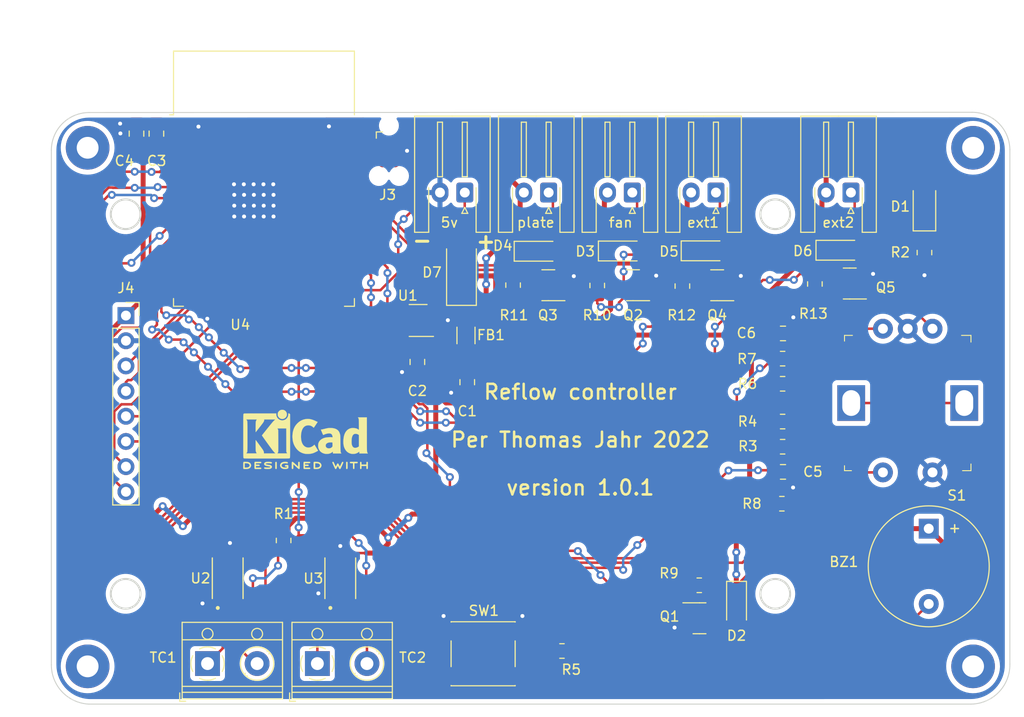
<source format=kicad_pcb>
(kicad_pcb (version 20211014) (generator pcbnew)
  (title_block (rev "1.0.1") (comment 4 "AISLER Project ID: LISZVAVR"))
  (layers (0 "F.Cu" signal) (31 "B.Cu" signal) (34 "B.Paste" user) (35 "F.Paste" user) (36 "B.SilkS" user "B.Silkscreen") (37 "F.SilkS" user "F.Silkscreen") (38 "B.Mask" user) (39 "F.Mask" user) (44 "Edge.Cuts" user))
  (net 0 "")
  (net 1 "+5V")
  (net 2 "Net-(BZ1-Pad2)")
  (net 3 "GND")
  (net 4 "+3.3V")
  (net 5 "Net-(D1-Pad1)")
  (net 6 "ESP_TXD")
  (net 7 "ESP_RXD")
  (net 8 "ESP_IO0")
  (net 9 "Net-(Q1-Pad1)")
  (net 10 "ONE_WIRE_DQ")
  (net 11 "Net-(R3-Pad1)")
  (net 12 "ROT_ENC_B")
  (net 13 "Net-(R6-Pad1)")
  (net 14 "ROT_ENC_A")
  (net 15 "ROT_ENC_SW")
  (net 16 "BUZZER")
  (net 20 "Net-(D5-Pad2)")
  (net 21 "Net-(D6-Pad2)")
  (net 25 "DISP_RESET")
  (net 32 "DISP_BACKLIGHT")
  (net 33 "DISP_DATA_COMMAND")
  (net 34 "SPI_CS")
  (net 35 "SPI_CLK")
  (net 36 "Net-(D3-Pad2)")
  (net 38 "Net-(D4-Pad2)")
  (net 40 "MOSI")
  (net 41 "ESP_ENABLE")
  (net 42 "Net-(Q2-Pad1)")
  (net 43 "Net-(Q3-Pad1)")
  (net 44 "FAN")
  (net 45 "HEATER")
  (net 46 "Net-(TC1-Pad1)")
  (net 47 "Net-(TC1-Pad2)")
  (net 48 "Net-(TC2-Pad1)")
  (net 49 "Net-(TC2-Pad2)")
  (net 52 "unconnected-(S1-Pad3)")
  (net 53 "Net-(FB1-Pad1)")
  (net 54 "Net-(Q4-Pad1)")
  (net 55 "Net-(Q5-Pad1)")
  (net 56 "EXT1")
  (net 57 "EXT2")
  (net 60 "Net-(J5-Pad1)")
  (footprint "Symbol:KiCad-Logo2_5mm_SilkScreen" (layer "F.Cu") (at 125.9586 82.4992)
    (fp_text reference "REF**" hide)
    (fp_text value "KiCad-Logo2_5mm_SilkScreen" hide)
  )
  (footprint "Resistor_SMD:R_0805_2012Metric_Pad1.20x1.40mm_HandSolder" (layer "F.Cu") (at 165.6588 97.2312)
    (fp_text reference "R9")
    (fp_text value "1K")
  )
  (footprint "Inductor_SMD:L_1206_3216Metric_Pad1.22x1.90mm_HandSolder" (layer "F.Cu") (at 142.1384 72.0229 -90)
    (fp_text reference "FB1")
    (fp_text value "100R@100MHz")
  )
  (footprint "TerminalBlock_RND:TerminalBlock_RND_205-00012_1x02_P5.00mm_Horizontal" (layer "F.Cu") (at 127.1524 105.1306)
    (fp_text reference "TC2")
    (fp_text value "Thermocouple")
  )
  (footprint "Connector_JST:JST_XH_S2B-XH-A-1_1x02_P2.50mm_Horizontal" (layer "F.Cu") (at 158.9078 57.603 180)
    (fp_text reference "J1" hide)
    (fp_text value "Conn_01x02_Male")
  )
  (footprint "Capacitor_SMD:C_0805_2012Metric_Pad1.18x1.45mm_HandSolder" (layer "F.Cu") (at 174.1024 85.7902 180)
    (fp_text reference "C5")
    (fp_text value "0.01uF" hide)
  )
  (footprint "Diode_SMD:D_SOD-123" (layer "F.Cu") (at 166.0906 63.4842)
    (fp_text reference "D5")
    (fp_text value "1N4148W")
  )
  (footprint "Capacitor_SMD:C_0805_2012Metric_Pad1.18x1.45mm_HandSolder" (layer "F.Cu") (at 142.2654 76.7373 -90)
    (fp_text reference "C1")
    (fp_text value "1uF")
  )
  (footprint "Various:SON50P300X400X80-11N" (layer "F.Cu") (at 129.4638 96.52 90)
    (fp_text reference "U3")
    (fp_text value "MAX31850KATB+T")
  )
  (footprint "Connector_JST:JST_XH_S2B-XH-A-1_1x02_P2.50mm_Horizontal" (layer "F.Cu") (at 180.952 57.603 180)
    (fp_text reference "J7" hide)
    (fp_text value "Conn_01x02_Male")
  )
  (footprint "Diode_SMD:D_MELF" (layer "F.Cu") (at 141.6812 65.6844 90)
    (fp_text reference "D7")
    (fp_text value "SK14")
  )
  (footprint "Resistor_SMD:R_0805_2012Metric_Pad1.20x1.40mm_HandSolder" (layer "F.Cu") (at 146.8882 66.945 -90)
    (fp_text reference "R11")
    (fp_text value "1K")
  )
  (footprint "Capacitor_SMD:C_0805_2012Metric_Pad1.18x1.45mm_HandSolder" (layer "F.Cu") (at 174.1024 71.8202 180)
    (fp_text reference "C6")
    (fp_text value "0.01uF" hide)
  )
  (footprint "LED_SMD:LED_1206_3216Metric_Pad1.42x1.75mm_HandSolder" (layer "F.Cu") (at 188.3664 59.0122 90)
    (fp_text reference "D1")
    (fp_text value "LED")
  )
  (footprint "Connector_PinSocket_2.54mm:PinSocket_1x08_P2.54mm_Vertical" (layer "F.Cu") (at 107.8484 70.0174)
    (fp_text reference "J4")
    (fp_text value "Connector Waveshare LCD 18366")
  )
  (footprint "Resistor_SMD:R_0805_2012Metric_Pad1.20x1.40mm_HandSolder" (layer "F.Cu") (at 188.3664 63.6604 90)
    (fp_text reference "R2")
    (fp_text value "4.7K")
  )
  (footprint "Package_TO_SOT_SMD:SOT-23" (layer "F.Cu") (at 158.9786 66.9544 180)
    (fp_text reference "Q2")
    (fp_text value "MMBT3904")
  )
  (footprint "Package_TO_SOT_SMD:SOT-23" (layer "F.Cu") (at 165.6842 100.5586)
    (fp_text reference "Q1")
    (fp_text value "MMBT3904")
  )
  (footprint "Resistor_SMD:R_0805_2012Metric_Pad1.20x1.40mm_HandSolder" (layer "F.Cu") (at 174.0649 83.2502 180)
    (fp_text reference "R3")
    (fp_text value "10K" hide)
  )
  (footprint "Button_Switch_SMD:SW_Push_1P1T_NO_6x6mm_H9.5mm" (layer "F.Cu") (at 143.8656 104.14)
    (fp_text reference "SW1")
    (fp_text value "Reset")
  )
  (footprint "Connector_JST:JST_XH_S2B-XH-A-1_1x02_P2.50mm_Horizontal" (layer "F.Cu") (at 142.0168 57.603 180)
    (fp_text reference "J5" hide)
    (fp_text value "5V input")
  )
  (footprint "Connector_JST:JST_XH_S2B-XH-A-1_1x02_P2.50mm_Horizontal" (layer "F.Cu") (at 167.3406 57.603 180)
    (fp_text reference "J6" hide)
    (fp_text value "Conn_01x02_Male")
  )
  (footprint "Diode_SMD:D_SOD-123" (layer "F.Cu") (at 149.2504 63.5254)
    (fp_text reference "D4")
    (fp_text value "1N4148W")
  )
  (footprint "digikey-footprints:Rotary_Encoder_Switched_PEC11R" (layer "F.Cu") (at 192.3796 78.8416 180)
    (fp_text reference "S1")
    (fp_text value "PEC11R-4215F-S0024" hide)
  )
  (footprint "Package_TO_SOT_SMD:SOT-23" (layer "F.Cu") (at 180.8343 66.7824 180)
    (fp_text reference "Q5")
    (fp_text value "MMBT3904")
  )
  (footprint "MountingHole:MountingHole_2.2mm_M2_Pad" (layer "F.Cu") (at 193.2686 53.086)
    (fp_text reference "H2" hide)
    (fp_text value "MountingHole")
  )
  (footprint "Package_TO_SOT_SMD:SOT-23" (layer "F.Cu") (at 150.438766 66.9544 180)
    (fp_text reference "Q3")
    (fp_text value "MMBT3904")
  )
  (footprint "Capacitor_SMD:C_0805_2012Metric_Pad1.18x1.45mm_HandSolder" (layer "F.Cu") (at 110.9218 51.6597 90)
    (fp_text reference "C3")
    (fp_text value "10nF")
  )
  (footprint "RF_Module:ESP32-WROOM-32" (layer "F.Cu") (at 121.7676 59.1996)
    (fp_text reference "U4")
    (fp_text value "ESP32-WROOM-32D")
  )
  (footprint "Resistor_SMD:R_0805_2012Metric_Pad1.20x1.40mm_HandSolder" (layer "F.Cu") (at 151.8158 103.8606 180)
    (fp_text reference "R5")
    (fp_text value "4.7K")
  )
  (footprint "Resistor_SMD:R_0805_2012Metric_Pad1.20x1.40mm_HandSolder" (layer "F.Cu") (at 163.957 67.0402 -90)
    (fp_text reference "R12")
    (fp_text value "1K")
  )
  (footprint "Connector:Tag-Connect_TC2030-IDC-NL_2x03_P1.27mm_Vertical" (layer "F.Cu") (at 134.366 53.3908 -90)
    (fp_text reference "J3")
    (fp_text value "Conn_02x03_Odd_Even")
  )
  (footprint "Diode_SMD:D_SOD-123" (layer "F.Cu") (at 169.418 99.0854 -90)
    (fp_text reference "D2")
    (fp_text value "1N4148W")
  )
  (footprint "Package_TO_SOT_SMD:SOT-23" (layer "F.Cu") (at 167.4645 66.9582 180)
    (fp_text reference "Q4")
    (fp_text value "MMBT3904")
  )
  (footprint "Resistor_SMD:R_0805_2012Metric_Pad1.20x1.40mm_HandSolder" (layer "F.Cu") (at 173.99 89.0016 180)
    (fp_text reference "R8")
    (fp_text value "4.7K")
  )
  (footprint "MountingHole:MountingHole_2.2mm_M2_Pad" (layer "F.Cu") (at 193.2686 105.41)
    (fp_text reference "H3" hide)
    (fp_text value "MountingHole")
  )
  (footprint "Resistor_SMD:R_0805_2012Metric_Pad1.20x1.40mm_HandSolder" (layer "F.Cu") (at 177.3174 66.8274 -90)
    (fp_text reference "R13")
    (fp_text value "1K")
  )
  (footprint "Resistor_SMD:R_0805_2012Metric_Pad1.20x1.40mm_HandSolder" (layer "F.Cu") (at 123.7488 92.71 90)
    (fp_text reference "R1")
    (fp_text value "4.7K")
  )
  (footprint "TerminalBlock_RND:TerminalBlock_RND_205-00012_1x02_P5.00mm_Horizontal" (layer "F.Cu") (at 116.078 105.1306)
    (fp_text reference "TC1")
    (fp_text value "Thermocouple")
  )
  (footprint "Resistor_SMD:R_0805_2012Metric_Pad1.20x1.40mm_HandSolder" (layer "F.Cu") (at 174.0649 80.7102 180)
    (fp_text reference "R4")
    (fp_text value "10K" hide)
  )
  (footprint "Resistor_SMD:R_0805_2012Metric_Pad1.20x1.40mm_HandSolder" (layer "F.Cu") (at 174.0649 76.9002 180)
    (fp_text reference "R6")
    (fp_text value "10K" hide)
  )
  (footprint "MountingHole:MountingHole_2.2mm_M2_Pad" (layer "F.Cu") (at 103.9876 105.41)
    (fp_text reference "H4" hide)
    (fp_text value "MountingHole")
  )
  (footprint "MountingHole:MountingHole_2.2mm_M2_Pad" (layer "F.Cu") (at 103.9876 53.086)
    (fp_text reference "H1" hide)
    (fp_text value "MountingHole")
  )
  (footprint "Buzzer_Beeper:Buzzer_12x9.5RM7.6" (layer "F.Cu") (at 188.7982 91.5162 -90)
    (fp_text reference "BZ1")
    (fp_text value "Buzzer TDK SD160709B2")
  )
  (footprint "Connector_JST:JST_XH_S2B-XH-A-1_1x02_P2.50mm_Horizontal" (layer "F.Cu") (at 150.472 57.603 180)
    (fp_text reference "J2" hide)
    (fp_text value "Conn_01x02_Male")
  )
  (footprint "Diode_SMD:D_SOD-123" (layer "F.Cu") (at 179.6796 63.4238)
    (fp_text reference "D6")
    (fp_text value "1N4148W")
  )
  (footprint "Package_TO_SOT_SMD:SOT-23-5_HandSoldering" (layer "F.Cu") (at 137.3124 70.5104 180)
    (fp_text reference "U1")
    (fp_text value "AP2112K-3.3")
  )
  (footprint "Capacitor_SMD:C_0805_2012Metric_Pad1.18x1.45mm_HandSolder" (layer "F.Cu") (at 137.2362 74.6975 -90)
    (fp_text reference "C2")
    (fp_text value "1uF")
  )
  (footprint "Resistor_SMD:R_0805_2012Metric_Pad1.20x1.40mm_HandSolder" (layer "F.Cu") (at 174.0649 74.3602)
    (fp_text reference "R7")
    (fp_text value "10K" hide)
  )
  (footprint "Various:SON50P300X400X80-11N" (layer "F.Cu") (at 118.11 96.52 90)
    (fp_text reference "U2")
    (fp_text value "MAX31850KATB+T")
  )
  (footprint "Resistor_SMD:R_0805_2012Metric_Pad1.20x1.40mm_HandSolder" (layer "F.Cu") (at 155.3718 66.9798 -90)
    (fp_text reference "R10")
    (fp_text value "1K")
  )
  (footprint "Diode_SMD:D_SOD-123" (layer "F.Cu") (at 157.740868 63.5)
    (fp_text reference "D3")
    (fp_text value "1N4148W")
  )
  (footprint "Capacitor_SMD:C_0805_2012Metric_Pad1.18x1.45mm_HandSolder" (layer "F.Cu") (at 108.9152 51.6597 90)
    (fp_text reference "C4")
    (fp_text value "100nF")
  )
  (gr_line (start 196.977 53.2638) (end 196.977 105.181001) (layer "Edge.Cuts") (width 0.1))
  (gr_circle (center 107.823 59.7916) (end 109.323 59.7916) (layer "Edge.Cuts") (width 0.2) (fill none))
  (gr_line (start 104.1146 109.220839) (end 193.0654 109.219162) (layer "Edge.Cuts") (width 0.1))
  (gr_arc (start 196.977 105.181001) (mid 195.861093 108.013652) (end 193.0654 109.219162) (layer "Edge.Cuts") (width 0.1))
  (gr_circle (center 107.823 98.0916) (end 109.323 98.0916) (layer "Edge.Cuts") (width 0.2) (fill none))
  (gr_circle (center 173.323 98.0916) (end 174.823 98.0916) (layer "Edge.Cuts") (width 0.2) (fill none))
  (gr_line (start 104.14 49.53) (end 193.167 49.5046) (layer "Edge.Cuts") (width 0.1))
  (gr_arc (start 193.167 49.5046) (mid 195.843178 50.602601) (end 196.977 53.2638) (layer "Edge.Cuts") (width 0.1))
  (gr_arc (start 104.1146 109.220839) (mid 101.428027 107.996532) (end 100.33 105.255923) (layer "Edge.Cuts") (width 0.1))
  (gr_circle (center 173.323 59.7916) (end 174.823 59.7916) (layer "Edge.Cuts") (width 0.2) (fill none))
  (gr_arc (start 100.33 53.34) (mid 101.445923 50.645923) (end 104.14 49.53) (layer "Edge.Cuts") (width 0.1))
  (gr_line (start 100.33 53.34) (end 100.33 105.255923) (layer "Edge.Cuts") (width 0.1))
  (gr_text "plate" (at 149.1742 60.6298) (layer "F.SilkS") (effects (font (size 1 1))))
  (gr_text "fan" (at 157.734 60.6298) (layer "F.SilkS") (effects (font (size 1 1))))
  (gr_text "ext2" (at 179.6796 60.6298) (layer "F.SilkS") (effects (font (size 1 1))))
  (gr_text "5v" (at 140.462 60.6298) (layer "F.SilkS") (effects (font (size 1 1))))
  (gr_text "ext1" (at 166.0398 60.6298) (layer "F.SilkS") (effects (font (size 1 1))))
  (gr_text "+" (at 144.145 62.5094) (layer "F.SilkS") (effects (font (size 1.5 1.5) (thickness 0.3))))
  (gr_text "-" (at 137.7188 62.4078) (layer "F.SilkS") (effects (font (size 1.5 1.5) (thickness 0.3))))
  (gr_text "Reflow controller\n\nPer Thomas Jahr 2022\n\nversion ${REVISION}" (at 153.67 82.55) (layer "F.SilkS") (effects (font (size 1.5 1.5) (thickness 0.25))))
  (segment (start 157.310068 64.7192) (end 163.3474 64.7192) (width 0.5) (layer "F.Cu") (net 1))
  (segment (start 141.9352 73.7616) (end 140.9636 73.7616) (width 0.5) (layer "F.Cu") (net 1))
  (segment (start 137.6074 69.5604) (end 138.6624 69.5604) (width 0.5) (layer "F.Cu") (net 1))
  (segment (start 156.718 69.3928) (end 155.7874 70.3234) (width 0.5) (layer "F.Cu") (net 1))
  (segment (start 138.6624 71.4604) (end 137.6074 71.4604) (width 0.5) (layer "F.Cu") (net 1))
  (segment (start 138.6624 68.1032) (end 138.6624 69.5604) (width 0.5) (layer "F.Cu") (net 1))
  (segment (start 156.718 64.127132) (end 156.718 69.3928) (width 0.5) (layer "F.Cu") (net 1))
  (segment (start 156.718 64.127132) (end 157.310068 64.7192) (width 0.5) (layer "F.Cu") (net 1))
  (segment (start 140.9636 73.7616) (end 138.6624 71.4604) (width 0.5) (layer "F.Cu") (net 1))
  (segment (start 156.090868 63.5) (end 156.090868 57.919932) (width 0.5) (layer "F.Cu") (net 1))
  (segment (start 155.7874 70.3234) (end 145.3804 70.3234) (width 0.5) (layer "F.Cu") (net 1))
  (segment (start 137.4324 71.2854) (end 137.4324 69.7354) (width 0.5) (layer "F.Cu") (net 1))
  (segment (start 156.718 64.127132) (end 156.090868 63.5) (width 0.5) (layer "F.Cu") (net 1))
  (segment (start 164.4406 63.4842) (end 164.4406 58.003) (width 0.5) (layer "F.Cu") (net 1))
  (segment (start 145.1356 70.0786) (end 145.1356 66.2432) (width 0.5) (layer "F.Cu") (net 1))
  (segment (start 163.3474 64.7192) (end 164.4406 63.626) (width 0.5) (layer "F.Cu") (net 1))
  (segment (start 140.751 66.0146) (end 138.6624 68.1032) (width 0.5) (layer "F.Cu") (net 1))
  (segment (start 137.6074 71.4604) (end 137.4324 71.2854) (width 0.5) (layer "F.Cu") (net 1))
  (segment (start 142.1384 73.6854) (end 142.1384 75.5728) (width 0.5) (layer "F.Cu") (net 1))
  (segment (start 144.907 66.0146) (end 140.751 66.0146) (width 0.5) (layer "F.Cu") (net 1))
  (segment (start 145.3804 70.3234) (end 145.1356 70.0786) (width 0.5) (layer "F.Cu") (net 1))
  (segment (start 145.1356 66.2432) (end 144.907 66.0146) (width 0.5) (layer "F.Cu") (net 1))
  (segment (start 137.4324 69.7354) (end 137.6074 69.5604) (width 0.5) (layer "F.Cu") (net 1))
  (segment (start 187.179 100.7354) (end 188.7982 99.1162) (width 0.25) (layer "F.Cu") (net 2))
  (segment (start 167.0548 100.7354) (end 169.418 100.7354) (width 0.25) (layer "F.Cu") (net 2))
  (segment (start 169.418 100.7354) (end 187.179 100.7354) (width 0.25) (layer "F.Cu") (net 2))
  (segment (start 118.3386 92.964) (end 119.11 93.7354) (width 0.25) (layer "F.Cu") (net 3))
  (segment (start 147.828 100.33) (end 147.8406 100.3426) (width 0.5) (layer "F.Cu") (net 3))
  (segment (start 142.2654 77.7748) (end 140.6652 77.7748) (width 0.5) (layer "F.Cu") (net 3))
  (segment (start 129.9638 93.7688) (end 129.4638 93.2688) (width 0.25) (layer "F.Cu") (net 3))
  (segment (start 168.402 66.0082) (end 169.8434 66.0082) (width 0.5) (layer "F.Cu") (net 3))
  (segment (start 128.9638 94.585) (end 128.9638 93.7688) (width 0.25) (layer "F.Cu") (net 3))
  (segment (start 107.2896 51.6382) (end 108.3056 50.6222) (width 0.5) (layer "F.Cu") (net 3))
  (segment (start 130.2676 50.9446) (end 128.3384 50.9446) (width 0.5) (layer "F.Cu") (net 3))
  (segment (start 139.8906 100.3428) (end 139.8906 101.89) (width 0.5) (layer "F.Cu") (net 3))
  (segment (start 188.3664 64.6604) (end 188.3664 65.9464) (width 0.5) (layer "F.Cu") (net 3))
  (segment (start 140.6652 77.7748) (end 140.6398 77.8002) (width 0.5) (layer "F.Cu") (net 3))
  (segment (start 115.1558 50.9446) (end 115.1636 50.9524) (width 0.5) (layer "F.Cu") (net 3))
  (segment (start 118.3386 92.964) (end 117.61 93.6926) (width 0.25) (layer "F.Cu") (net 3))
  (segment (start 137.2362 75.735) (end 135.7044 75.735) (width 0.5) (layer "F.Cu") (net 3))
  (segment (start 118.61 93.2354) (end 118.61 94.585) (width 0.25) (layer "F.Cu") (net 3))
  (segment (start 175.1399 85.7902) (end 175.1399 87.3435) (width 0.5) (layer "F.Cu") (net 3))
  (segment (start 113.2676 50.9446) (end 115.1558 50.9446) (width 0.5) (layer "F.Cu") (net 3))
  (segment (start 128.4638 98.455) (end 127.665 98.455) (width 0.25) (layer "F.Cu") (net 3))
  (segment (start 127.665 98.455) (end 127.254 98.044) (width 0.25) (layer "F.Cu") (net 3))
  (segment (start 118.11 93.1926) (end 118.3386 92.964) (width 0.25) (layer "F.Cu") (net 3))
  (segment (start 147.8406 100.3426) (end 147.8406 101.89) (width 0.5) (layer "F.Cu") (net 3))
  (segment (start 181.7718 65.8324) (end 183.1638 65.8324) (width 0.5) (layer "F.Cu") (net 3))
  (segment (start 108.3056 50.6222) (end 108.9152 50.6222) (width 0.5) (layer "F.Cu") (net 3))
  (segment (start 116.175 98.455) (end 115.57 99.06) (width 0.25) (layer "F.Cu") (net 3))
  (segment (start 159.9161 66.0044) (end 161.3002 66.0044) (width 0.5) (layer "F.Cu") (net 3))
  (segment (start 107.2896 50.6222) (end 108.9152 50.6222) (width 0.5) (layer "F.Cu") (net 3))
  (segment (start 161.3002 66.0044) (end 161.3154 65.9892) (width 0.5) (layer "F.Cu") (net 3))
  (segment (start 183.1638 65.8324) (end 183.1848 65.8114) (width 0.5) (layer "F.Cu") (net 3))
  (segment (start 117.61 93.6926) (end 117.61 94.585) (width 0.25) (layer "F.Cu") (net 3))
  (segment (start 110.9218 50.6222) (end 108.9152 50.6222) (width 0.5) (layer "F.Cu") (net 3))
  (segment (start 175.1399 70.1985) (end 175.1438 70.1946) (width 0.5) (layer "F.Cu") (net 3))
  (segment (start 135.001 53.3908) (end 136.1948 53.3908) (width 0.5) (layer "F.Cu") (net 3))
  (segment (start 129.4638 94.585) (end 129.4638 93.2688) (width 0.25) (layer "F.Cu") (net 3))
  (segment (start 118.11 94.585) (end 118.11 93.1926) (width 0.25) (layer "F.Cu") (net 3))
  (segment (start 169.8434 66.0082) (end 169.8498 66.0146) (width 0.5) (layer "F.Cu") (net 3))
  (segment (start 135.7044 75.735) (end 135.6868 75.7174) (width 0.5) (layer "F.Cu") (net 3))
  (segment (start 175.1399 87.3435) (end 175.1184 87.365) (width 0.5) (layer "F.Cu") (net 3))
  (segment (start 119.11 93.7354) (end 119.11 94.585) (width 0.25) (layer "F.Cu") (net 3))
  (segment (start 152.974 66.0044) (end 153.0096 66.04) (width 0.5) (layer "F.Cu") (net 3))
  (segment (start 128.9638 93.7688) (end 129.4638 93.2688) (width 0.25) (layer "F.Cu") (net 3))
  (segment (start 129.9638 94.585) (end 129.9638 93.7688) (width 0.25) (layer "F.Cu") (net 3))
  (segment (start 138.6624 70.5104) (end 140.2842 70.5104) (width 0.5) (layer "F.Cu") (net 3))
  (segment (start 139.8778 100.33) (end 139.8906 100.3428) (width 0.5) (layer "F.Cu") (net 3))
  (segment (start 107.2642 50.6476) (end 107.2896 50.6222) (width 0.5) (layer "F.Cu") (net 3))
  (segment (start 140.2842 70.5104) (end 140.3096 70.485) (width 0.5) (layer "F.Cu") (net 3))
  (segment (start 116.0526 68.4546) (end 116.0526 70.3326) (width 0.5) (layer "F.Cu") (net 3))
  (segment (start 113.2676 50.9446) (end 111.2442 50.9446) (width 0.5) (layer "F.Cu") (net 3))
  (segment (start 128.3384 50.9446) (end 128.3208 50.927) (width 0.5) (layer "F.Cu") (net 3))
  (segment (start 163.1798 101.5086) (end 163.1696 101.4984) (width 0.5) (layer "F.Cu") (net 3))
  (segment (start 151.376266 66.0044) (end 152.974 66.0044) (width 0.5) (layer "F.Cu") (net 3))
  (segment (start 164.7467 101.5086) (end 163.1798 101.5086) (width 0.5) (layer "F.Cu") (net 3))
  (segment (start 175.1399 71.8202) (end 175.1399 70.1985) (width 0.5) (layer "F.Cu") (net 3))
  (segment (start 117.11 98.455) (end 116.175 98.455) (width 0.25) (layer "F.Cu") (net 3))
  (segment (start 118.3386 92.964) (end 118.61 93.2354) (width 0.25) (layer "F.Cu") (net 3))
  (via (at 136.1948 53.3908) (size 0.8) (drill 0.4) (layers "F.Cu" "B.Cu") (net 3))
  (via (at 128.3208 50.927) (size 0.8) (drill 0.4) (layers "F.Cu" "B.Cu") (net 3))
  (via (at 120.7516 58.928) (size 0.8) (drill 0.4) (layers "F.Cu" "B.Cu") (net 3))
  (via (at 161.3154 65.9892) (size 0.8) (drill 0.4) (layers "F.Cu" "B.Cu") (net 3))
  (via (at 153.0096 66.04) (size 0.8) (drill 0.4) (layers "F.Cu" "B.Cu") (net 3))
  (via (at 139.8778 100.33) (size 0.8) (drill 0.4) (layers "F.Cu" "B.Cu") (net 3))
  (via (at 140.3096 70.485) (size 0.8) (drill 0.4) (layers "F.Cu" "B.Cu") (net 3))
  (via (at 121.7168 56.769) (size 0.8) (drill 0.4) (layers "F.Cu" "B.Cu") (net 3))
  (via (at 119.761 58.928) (size 0.8) (drill 0.4) (layers "F.Cu" "B.Cu") (net 3))
  (via (at 163.1696 101.4984) (size 0.8) (drill 0.4) (layers "F.Cu" "B.Cu") (net 3))
  (via (at 119.7356 56.769) (size 0.8) (drill 0.4) (layers "F.Cu" "B.Cu") (net 3))
  (via (at 135.6868 75.7174) (size 0.8) (drill 0.4) (layers "F.Cu" "B.Cu") (net 3))
  (via (at 118.745 56.769) (size 0.8) (drill 0.4) (layers "F.Cu" "B.Cu") (net 3))
  (via (at 121.7422 58.928) (size 0.8) (drill 0.4) (layers "F.Cu" "B.Cu") (net 3))
  (via (at 188.3664 65.9464) (size 0.8) (drill 0.4) (layers "F.Cu" "B.Cu") (net 3))
  (via (at 183.1848 65.8114) (size 0.8) (drill 0.4) (layers "F.Cu" "B.Cu") (net 3))
  (via (at 127.254 98.044) (size 0.8) (drill 0.4) (layers "F.Cu" "B.Cu") (net 3))
  (via (at 120.7262 56.769) (size 0.8) (drill 0.4) (layers "F.Cu" "B.Cu") (net 3))
  (via (at 107.2896 51.6382) (size 0.8) (drill 0.4) (layers "F.Cu" "B.Cu") (net 3))
  (via (at 107.2642 50.6476) (size 0.8) (drill 0.4) (layers "F.Cu" "B.Cu") (net 3))
  (via (at 118.7704 60.0202) (size 0.8) (drill 0.4) (layers "F.Cu" "B.Cu") (net 3))
  (via (at 121.7422 60.0202) (size 0.8) (drill 0.4) (layers "F.Cu" "B.Cu") (net 3))
  (via (at 116.0526 70.3326) (size 0.8) (drill 0.4) (layers "F.Cu" "B.Cu") (net 3))
  (via (at 118.7704 58.928) (size 0.8) (drill 0.4) (layers "F.Cu" "B.Cu") (net 3))
  (via (at 115.57 99.06) (size 0.8) (drill 0.4) (layers "F.Cu" "B.Cu") (net 3))
  (via (at 119.761 57.8358) (size 0.8) (drill 0.4) (layers "F.Cu" "B.Cu") (net 3))
  (via (at 118.7704 57.8358) (size 0.8) (drill 0.4) (layers "F.Cu" "B.Cu") (net 3))
  (via (at 122.7328 60.0202) (size 0.8) (drill 0.4) (layers "F.Cu" "B.Cu") (net 3))
  (via (at 121.7422 57.8358) (size 0.8) (drill 0.4) (layers "F.Cu" "B.Cu") (net 3))
  (via (at 119.761 60.0202) (size 0.8) (drill 0.4) (layers "F.Cu" "B.Cu") (net 3))
  (via (at 129.4638 93.2688) (size 0.8) (drill 0.4) (layers "F.Cu" "B.Cu") (net 3))
  (via (at 122.7328 57.8358) (size 0.8) (drill 0.4) (layers "F.Cu" "B.Cu") (net 3))
  (via (at 118.3386 92.964) (size 0.8) (drill 0.4) (layers "F.Cu" "B.Cu") (net 3))
  (via (at 122.7328 58.928) (size 0.8) (drill 0.4) (layers "F.Cu" "B.Cu") (net 3))
  (via (at 115.1636 50.9524) (size 0.8) (drill 0.4) (layers "F.Cu" "B.Cu") (net 3))
  (via (at 122.7074 56.769) (size 0.8) (drill 0.4) (layers "F.Cu" "B.Cu") (net 3))
  (via (at 120.7516 60.0202) (size 0.8) (drill 0.4) (layers "F.Cu" "B.Cu") (net 3))
  (via (at 175.1438 70.1946) (size 0.8) (drill 0.4) (layers "F.Cu" "B.Cu") (net 3))
  (via (at 175.1184 87.365) (size 0.8) (drill 0.4) (layers "F.Cu" "B.Cu") (net 3))
  (via (at 169.8498 66.0146) (size 0.8) (drill 0.4) (layers "F.Cu" "B.Cu") (net 3))
  (via (at 120.7516 57.8358) (size 0.8) (drill 0.4) (layers "F.Cu" "B.Cu") (net 3))
  (via (at 147.828 100.33) (size 0.8) (drill 0.4) (layers "F.Cu" "B.Cu") (net 3))
  (via (at 140.6398 77.8002) (size 0.8) (drill 0.4) (layers "F.Cu" "B.Cu") (net 3))
  (segment (start 118.61 98.974875) (end 118.845125 99.21) (width 0.25) (layer "F.Cu") (net 4))
  (segment (start 135.9624 72.3862) (end 137.2362 73.66) (width 0.5) (layer "F.Cu") (net 4))
  (segment (start 114.3816 90.4694) (end 123.1392 90.4694) (width 0.5) (layer "F.Cu") (net 4))
  (segment (start 145.034 71.9836) (end 168.4274 71.9836) (width 0.5) (layer "F.Cu") (net 4))
  (segment (start 172.3136 89.0016) (end 169.3926 91.9226) (width 0.5) (layer "F.Cu") (net 4))
  (segment (start 113.2676 52.2146) (end 111.4044 52.2146) (width 0.5) (layer "F.Cu") (net 4))
  (segment (start 144.1704 71.12) (end 145.034 71.9836) (width 0.5) (layer "F.Cu") (net 4))
  (segment (start 110.888174 89.916) (end 111.552687 89.251487) (width 0.5) (layer "F.Cu") (net 4))
  (segment (start 108.9152 52.6972) (end 109.584072 53.366072) (width 0.5) (layer "F.Cu") (net 4))
  (segment (start 178.452 55.99) (end 178.452 56.9044) (width 0.5) (layer "F.Cu") (net 4))
  (segment (start 142.4898 52.1208) (end 147.972 57.603) (width 0.5) (layer "F.Cu") (net 4))
  (segment (start 144.1704 77.724) (end 144.1704 71.12) (width 0.5) (layer "F.Cu") (net 4))
  (segment (start 170.7383 87.4263) (end 172.3136 89.0016) (width 0.5) (layer "F.Cu") (net 4))
  (segment (start 143.0646 78.8298) (end 144.1704 77.724) (width 0.5) (layer "F.Cu") (net 4))
  (segment (start 118.61 98.455) (end 118.61 98.974875) (width 0.25) (layer "F.Cu") (net 4))
  (segment (start 188.3664 57.5167) (end 188.3664 56.6674) (width 0.5) (layer "F.Cu") (net 4))
  (segment (start 129.9638 99.4838) (end 130.048 99.568) (width 0.25) (layer "F.Cu") (net 4))
  (segment (start 124.9894 90.4694) (end 132.341214 90.4694) (width 0.5) (layer "F.Cu") (net 4))
  (segment (start 130.81 93.98) (end 132.08 93.98) (width 0.25) (layer "F.Cu") (net 4))
  (segment (start 170.9166 69.4944) (end 171.1452 69.2658) (width 0.5) (layer "F.Cu") (net 4))
  (segment (start 136.7028 90.043) (end 136.3218 90.424) (width 0.5) (layer "F.Cu") (net 4))
  (segment (start 104.8512 88.646) (end 106.1212 89.916) (width 0.5) (layer "F.Cu") (net 4))
  (segment (start 118.845125 99.21) (end 120.5 99.21) (width 0.25) (layer "F.Cu") (net 4))
  (segment (start 144.1704 64.2233) (end 144.8683 63.5254) (width 0.5) (layer "F.Cu") (net 4))
  (segment (start 171.1452 69.2658) (end 176.9872 63.4238) (width 0.5) (layer "F.Cu") (net 4))
  (segment (start 133.35 99.06) (end 132.334 100.076) (width 0.5) (layer "F.Cu") (net 4))
  (segment (start 139.0904 89.3572) (end 138.4046 90.043) (width 0.5) (layer "F.Cu") (net 4))
  (segment (start 122.92 91.71) (end 123.7488 91.71) (width 0.25) (layer "F.Cu") (net 4))
  (segment (start 111.4044 52.2146) (end 110.9218 52.6972) (width 0.5) (layer "F.Cu") (net 4))
  (segment (start 179.2732 55.1688) (end 178.452 55.99) (width 0.5) (layer "F.Cu") (net 4))
  (segment (start 170.9166 77.0597) (end 172.9418 79.0849) (width 0.5) (layer "F.Cu") (net 4))
  (segment (start 169.3926 91.9226) (end 169.3926 93.9038) (width 0.5) (layer "F.Cu") (net 4))
  (segment (start 139.0904 75.057) (end 139.0904 77.8002) (width 0.5) (layer "F.Cu") (net 4))
  (segment (start 123.7488 91.079) (end 123.7488 91.71) (width 0.5) (layer "F.Cu") (net 4))
  (segment (start 168.4274 71.9836) (end 171.1452 69.2658) (width 0.5) (layer "F.Cu") (net 4))
  (segment (start 186.8678 55.1688) (end 179.2732 55.1688) (width 0.5) (layer "F.Cu") (net 4))
  (segment (start 191.1604 100.076) (end 191.1604 93.8784) (width 0.5) (layer "F.Cu") (net 4))
  (segment (start 107.8484 70.0174) (end 104.8512 73.0146) (width 0.5) (layer "F.Cu") (net 4))
  (segment (start 187.3758 103.8606) (end 191.1604 100.076) (width 0.5) (layer "F.Cu") (net 4))
  (segment (start 178.0296 63.4238) (end 178.0296 58.0254) (width 0.5) (layer "F.Cu") (net 4))
  (segment (start 113.5888 91.2622) (end 114.3816 90.4694) (width 0.5) (layer "F.Cu") (net 4))
  (segment (start 121.92 97.79) (end 121.92 92.71) (width 0.25) (layer "F.Cu") (net 4))
  (segment (start 123.7488 91.71) (end 124.9894 90.4694) (width 0.5) (layer "F.Cu") (net 4))
  (segment (start 134.296107 93.033893) (end 134.296107 92.424293) (width 0.5) (layer "F.Cu") (net 4))
  (segment (start 176.9872 63.4238) (end 178.0296 63.4238) (width 0.5) (layer "F.Cu") (net 4))
  (segment (start 170.9166 77.0597) (end 170.9166 69.4944) (width 0.5) (layer "F.Cu") (net 4))
  (segment (start 144.8683 63.5254) (end 147.6004 63.5254) (width 0.5) (layer "F.Cu") (net 4))
  (segment (start 133.35 93.98) (end 133.35 99.06) (width 0.5) (layer "F.Cu") (net 4))
  (segment (start 130.556 100.076) (end 130.048 99.568) (width 0.5) (layer "F.Cu") (net 4))
  (segment (start 109.584072 53.366072) (end 109.584072 68.281728) (width 0.5) (layer "F.Cu") (net 4))
  (segment (start 121.92 92.71) (end 122.92 91.71) (width 0.25) (layer "F.Cu") (net 4))
  (segment (start 140.12 78.8298) (end 143.0646 78.8298) (width 0.5) (layer "F.Cu") (net 4))
  (segment (start 135.001 52.1208) (end 142.4898 52.1208) (width 0.5) (layer "F.Cu") (net 4))
  (segment (start 106.1212 89.916) (end 110.888174 89.916) (width 0.5) (layer "F.Cu") (net 4))
  (segment (start 173.0649 80.7102) (end 170.7383 83.0368) (width 0.5) (layer "F.Cu") (net 4))
  (segment (start 104.8512 73.0146) (end 104.8512 88.646) (width 0.5) (layer "F.Cu") (net 4))
  (segment (start 172.3136 89.0016) (end 172.99 89.0016) (width 0.5) (layer "F.Cu") (net 4))
  (segment (start 123.1392 90.4694) (end 123.7488 91.079) (width 0.5) (layer "F.Cu") (net 4))
  (segment (start 169.3926 96.1269) (end 169.3926 97.41) (width 0.5) (layer "F.Cu") (net 4))
  (segment (start 173.0649 79.0849) (end 173.0649 76.9002) (width 0.5) (layer "F.Cu") (net 4))
  (segment (start 137.6934 73.66) (end 139.0904 75.057) (width 0.5) (layer "F.Cu") (net 4))
  (segment (start 129.9638 98.455) (end 129.9638 99.4838) (width 0.25) (layer "F.Cu") (net 4))
  (segment (start 170.7383 83.0368) (end 170.7383 87.4263) (width 0.5) (layer "F.Cu") (net 4))
  (segment (start 138.4046 90.043) (end 136.7028 90.043) (width 0.5) (layer "F.Cu") (net 4))
  (segment (start 191.1604 93.8784) (end 188.7982 91.5162) (width 0.5) (layer "F.Cu") (net 4))
  (segment (start 132.08 93.98) (end 133.35 93.98) (width 0.5) (layer "F.Cu") (net 4))
  (segment (start 120.5 99.21) (end 121.92 97.79) (width 0.25) (layer "F.Cu") (net 4))
  (segment (start 139.0904 77.8002) (end 140.12 78.8298) (width 0.5) (layer "F.Cu") (net 4))
  (segment (start 175.3372 91.5162) (end 169.418 97.4354) (width 0.5) (layer "F.Cu") (net 4))
  (segment (start 144.1704 66.8641) (end 144.1704 71.12) (width 0.5) (layer "F.Cu") (net 4))
  (segment (start 172.9418 79.0849) (end 173.0649 79.0849) (width 0.5) (layer "F.Cu") (net 4))
  (segment (start 109.584072 68.281728) (end 107.8484 70.0174) (width 0.5) (layer "F.Cu") (net 4))
  (segment (start 139.0904 75.057) (end 139.0904 89.3572) (width 0.5) (layer "F.Cu") (net 4))
  (segment (start 188.7982 91.5162) (end 175.3372 91.5162) (width 0.5) (layer "F.Cu") (net 4))
  (segment (start 173.0649 80.7102) (end 173.0649 79.0849) (width 0.5) (layer "F.Cu") (net 4))
  (segment (start 135.9624 71.4604) (end 135.9624 72.3862) (width 0.5) (layer "F.Cu") (net 4))
  (segment (start 152.8158 103.8606) (end 187.3758 103.8606) (width 0.5) (layer "F.Cu") (net 4))
  (segment (start 110.9218 52.6972) (end 108.9152 52.6972) (width 0.5) (layer "F.Cu") (net 4))
  (segment (start 188.3664 56.6674) (end 186.8678 55.1688) (width 0.5) (layer "F.Cu") (net 4))
  (segment (start 132.334 100.076) (end 130.556 100.076) (width 0.5) (layer "F.Cu") (net 4))
  (segment (start 147.6004 63.5254) (end 147.6004 57.9746) (width 0.5) (layer "F.Cu") (net 4))
  (segment (start 130.4638 94.3262) (end 130.81 93.98) (width 0.25) (layer "F.Cu") (net 4))
  (segment (start 132.341214 90.4694) (end 134.296107 92.424293) (width 0.5) (layer "F.Cu") (net 4))
  (segment (start 133.35 93.98) (end 134.296107 93.033893) (width 0.5) (layer "F.Cu") (net 4))
  (via (at 169.3926 96.1269) (size 0.8) (drill 0.4) (layers "F.Cu" "B.Cu") (net 4))
  (via (at 111.552687 89.251487) (size 0.8) (drill 0.4) (layers "F.Cu" "B.Cu") (net 4))
  (via (at 136.3218 90.424) (size 0.8) (drill 0.4) (layers "F.Cu" "B.Cu") (net 4))
  (via (at 144.1704 66.8641) (size 0.8) (drill 0.4) (layers "F.Cu" "B.Cu") (net 4))
  (via (at 134.296107 92.424293) (size 0.8) (drill 0.4) (layers "F.Cu" "B.Cu") (net 4))
  (via (at 144.1704 64.2233) (size 0.8) (drill 0.4) (layers "F.Cu" "B.Cu") (net 4))
  (via (at 169.3926 93.9038) (size 0.8) (drill 0.4) (layers "F.Cu" "B.Cu") (net 4))
  (via (at 113.5888 91.2622) (size 0.8) (drill 0.4) (layers "F.Cu" "B.Cu") (net 4))
  (segment (start 169.3926 93.9038) (end 169.3926 96.1269) (width 0.5) (layer "B.Cu") (net 4))
  (segment (start 111.552687 89.251487) (end 111.578087 89.251487) (width 0.5) (layer "B.Cu") (net 4))
  (segment (start 136.2964 90.424) (end 134.296107 92.424293) (width 0.5) (layer "B.Cu") (net 4))
  (segment (start 144.1704 64.2233) (end 144.1704 66.8641) (width 0.5) (layer "B.Cu") (net 4))
  (segment (start 111.578087 89.251487) (end 113.5888 91.2622) (width 0.5) (layer "B.Cu") (net 4))
  (segment (start 136.3218 90.424) (end 136.2964 90.424) (width 0.25) (layer "B.Cu") (net 4))
  (segment (start 188.3664 60.4997) (end 188.3664 62.6604) (width 0.25) (layer "F.Cu") (net 5))
  (segment (start 131.5036 54.7546) (end 132.8674 53.3908) (width 0.25) (layer "F.Cu") (net 6))
  (segment (start 132.8674 53.3908) (end 133.731 53.3908) (width 0.25) (layer "F.Cu") (net 6))
  (segment (start 130.2676 54.7546) (end 131.5036 54.7546) (width 0.25) (layer "F.Cu") (net 6))
  (segment (start 131.1988 56.0246) (end 132.5626 54.6608) (width 0.25) (layer "F.Cu") (net 7))
  (segment (start 130.2676 56.0246) (end 131.1988 56.0246) (width 0.25) (layer "F.Cu") (net 7))
  (segment (start 132.5626 54.6608) (end 133.731 54.6608) (width 0.25) (layer "F.Cu") (net 7))
  (segment (start 135.3058 65.659) (end 133.5102 67.4546) (width 0.25) (layer "F.Cu") (net 8))
  (segment (start 135.3058 62.822798) (end 135.3058 65.659) (width 0.25) (layer "F.Cu") (net 8))
  (segment (start 135.301501 62.818499) (end 135.3058 62.822798) (width 0.25) (layer "F.Cu") (net 8))
  (segment (start 136.271 54.6608) (end 136.3218 54.7116) (width 0.25) (layer "F.Cu") (net 8))
  (segment (start 136.6266 55.0164) (end 136.6266 59.5122) (width 0.25) (layer "F.Cu") (net 8))
  (segment (start 133.5102 67.4546) (end 130.2676 67.4546) (width 0.25) (layer "F.Cu") (net 8))
  (segment (start 136.6266 59.5122) (end 135.8646 60.2742) (width 0.25) (layer "F.Cu") (net 8))
  (segment (start 136.3218 54.7116) (end 136.6266 55.0164) (width 0.25) (layer "F.Cu") (net 8))
  (segment (start 135.001 54.6608) (end 136.271 54.6608) (width 0.25) (layer "F.Cu") (net 8))
  (via (at 135.8646 60.2742) (size 0.8) (drill 0.4) (layers "F.Cu" "B.Cu") (net 8))
  (via (at 135.301501 62.818499) (size 0.8) (drill 0.4) (layers "F.Cu" "B.Cu") (net 8))
  (segment (start 135.301501 60.837299) (end 135.8646 60.2742) (width 0.25) (layer "B.Cu") (net 8))
  (segment (start 135.301501 62.818499) (end 135.301501 60.837299) (width 0.25) (layer "B.Cu") (net 8))
  (segment (start 164.7467 99.1433) (end 166.6588 97.2312) (width 0.25) (layer "F.Cu") (net 9))
  (segment (start 164.7467 99.6086) (end 164.7467 99.1433) (width 0.25) (layer "F.Cu") (net 9))
  (segment (start 128.9812 72.6186) (end 126.2126 72.6186) (width 0.25) (layer "F.Cu") (net 10))
  (segment (start 131.3228 99.314) (end 130.4638 98.455) (width 0.25) (layer "F.Cu") (net 10))
  (segment (start 132.5626 68.1791) (end 132.5626 69.0372) (width 0.25) (layer "F.Cu") (net 10))
  (segment (start 125.2728 73.5584) (end 125.2728 87.8199) (width 0.25) (layer "F.Cu") (net 10))
  (segment (start 119.985 98.455) (end 120.65 97.79) (width 0.25) (layer "F.Cu") (net 10))
  (segment (start 125.266686 92.192114) (end 125.266686 91.39349) (width 0.25) (layer "F.Cu") (net 10))
  (segment (start 120.65 97.79) (end 120.65 96.52) (width 0.25) (layer "F.Cu") (net 10))
  (segment (start 126.2126 72.6186) (end 125.2728 73.5584) (width 0.25) (layer "F.Cu") (net 10))
  (segment (start 132.5626 66.7301) (end 132.5626 65.9596) (width 0.25) (layer "F.Cu") (net 10))
  (segment (start 132.5626 65.9596) (end 131.5176 64.9146) (width 0.25) (layer "F.Cu") (net 10))
  (segment (start 123.19 93.98) (end 123.19 95.25) (width 0.25) (layer "F.Cu") (net 10))
  (segment (start 131.826 99.314) (end 132.08 99.06) (width 0.25) (layer "F.Cu") (net 10))
  (segment (start 123.7488 93.71) (end 125.266686 92.192114) (width 0.25) (layer "F.Cu") (net 10))
  (segment (start 131.5176 64.9146) (end 130.2676 64.9146) (width 0.25) (layer "F.Cu") (net 10))
  (segment (start 132.5626 69.0372) (end 128.9812 72.6186) (width 0.25) (layer "F.Cu") (net 10))
  (segment (start 130.546114 92.192114) (end 125.266686 92.192114) (width 0.25) (layer "F.Cu") (net 10))
  (segment (start 119.11 98.455) (end 119.985 98.455) (width 0.25) (layer "F.Cu") (net 10))
  (segment (start 131.3228 99.314) (end 131.826 99.314) (width 0.25) (layer "F.Cu") (net 10))
  (segment (start 132.08 99.06) (end 132.08 95.25) (width 0.25) (layer "F.Cu") (net 10))
  (segment (start 131.318 92.964) (end 130.546114 92.192114) (width 0.25) (layer "F.Cu") (net 10))
  (via (at 120.65 96.52) (size 0.8) (drill 0.4) (layers "F.Cu" "B.Cu") (net 10))
  (via (at 132.08 95.25) (size 0.8) (drill 0.4) (layers "F.Cu" "B.Cu") (net 10))
  (via (at 132.5626 68.1791) (size 0.8) (drill 0.4) (layers "F.Cu" "B.Cu") (net 10))
  (via (at 125.266686 91.39349) (size 0.8) (drill 0.4) (layers "F.Cu" "B.Cu") (net 10))
  (via (at 131.318 92.964) (size 0.8) (drill 0.4) (layers "F.Cu" "B.Cu") (net 10))
  (via (at 123.19 95.25) (size 0.8) (drill 0.4) (layers "F.Cu" "B.Cu") (net 10))
  (via (at 132.5626 66.7301) (size 0.8) (drill 0.4) (layers "F.Cu" "B.Cu") (net 10))
  (via (at 125.2728 87.8199) (size 0.8) (drill 0.4) (layers "F.Cu" "B.Cu") (net 10))
  (segment (start 121.92 96.52) (end 123.19 95.25) (width 0.25) (layer "B.Cu") (net 10))
  (segment (start 120.65 96.52) (end 121.92 96.52) (width 0.25) (layer "B.Cu") (net 10))
  (segment (start 125.266686 91.39349) (end 125.266686 87.826014) (width 0.25) (layer "B.Cu") (net 10))
  (segment (start 125.266686 87.826014) (end 125.2728 87.8199) (width 0.25) (layer "B.Cu") (net 10))
  (segment (start 132.08 95.25) (end 132.08 93.726) (width 0.25) (layer "B.Cu") (net 10))
  (segment (start 132.5626 66.7301) (end 132.5626 68.1791) (width 0.25) (layer "B.Cu") (net 10))
  (segment (start 132.08 93.726) (end 131.318 92.964) (width 0.25) (layer "B.Cu") (net 10))
  (segment (start 180.3724 71.3416) (end 184.1796 71.3416) (width 0.25) (layer "F.Cu") (net 11))
  (segment (start 175.9899 79.7852) (end 175.9899 75.7241) (width 0.25) (layer "F.Cu") (net 11))
  (segment (start 175.0649 80.7102) (end 175.9899 79.7852) (width 0.25) (layer "F.Cu") (net 11))
  (segment (start 175.0649 80.7102) (end 175.0649 83.2502) (width 0.25) (layer "F.Cu") (net 11))
  (segment (start 175.9899 75.7241) (end 180.3724 71.3416) (width 0.25) (layer "F.Cu") (net 11))
  (segment (start 108.3564 64.7446) (end 105.0036 64.7446) (width 0.25) (layer "F.Cu") (net 12))
  (segment (start 159.7522 94.5018) (end 168.6052 85.6488) (width 0.25) (layer "F.Cu") (net 12))
  (segment (start 104.2162 65.532) (end 104.2162 88.824172) (width 0.25) (layer "F.Cu") (net 12))
  (segment (start 112.1234 61.1046) (end 113.2676 61.1046) (width 0.25) (layer "F.Cu") (net 12))
  (segment (start 105.0036 64.7446) (end 104.2162 65.532) (width 0.25) (layer "F.Cu") (net 12))
  (segment (start 104.2162 88.824172) (end 105.883028 90.491) (width 0.25) (layer "F.Cu") (net 12))
  (segment (start 111.337772 90.491) (end 113.284372 88.5444) (width 0.25) (layer "F.Cu") (net 12))
  (segment (start 173.0649 85.7902) (end 173.0649 83.2502) (width 0.25) (layer "F.Cu") (net 12))
  (segment (start 111.252 61.976) (end 112.1234 61.1046) (width 0.25) (layer "F.Cu") (net 12))
  (segment (start 105.883028 90.491) (end 111.337772 90.491) (width 0.25) (layer "F.Cu") (net 12))
  (segment (start 133.35 88.5444) (end 139.3074 94.5018) (width 0.25) (layer "F.Cu") (net 12))
  (segment (start 108.4072 64.6938) (end 108.3564 64.7446) (width 0.25) (layer "F.Cu") (net 12))
  (segment (start 173.1303 85.6234) (end 171.5883 85.6234) (width 0.25) (layer "F.Cu") (net 12))
  (segment (start 139.3074 94.5018) (end 159.7522 94.5018) (width 0.25) (layer "F.Cu") (net 12))
  (segment (start 113.284372 88.5444) (end 133.35 88.5444) (width 0.25) (layer "F.Cu") (net 12))
  (via (at 111.252 61.976) (size 0.8) (drill 0.4) (layers "F.Cu" "B.Cu") (net 12))
  (via (at 108.4072 64.6938) (size 0.8) (drill 0.4) (layers "F.Cu" "B.Cu") (net 12))
  (via (at 171.5883 85.6234) (size 0.8) (drill 0.4) (layers "F.Cu" "B.Cu") (net 12))
  (via (at 168.6052 85.6488) (size 0.8) (drill 0.4) (layers "F.Cu" "B.Cu") (net 12))
  (segment (start 168.6052 85.6488) (end 168.6306 85.6234) (width 0.25) (layer "B.Cu") (net 12))
  (segment (start 168.6306 85.6234) (end 171.5883 85.6234) (width 0.25) (layer "B.Cu") (net 12))
  (segment (start 111.125 61.976) (end 108.4072 64.6938) (width 0.25) (layer "B.Cu") (net 12))
  (segment (start 111.252 61.976) (end 111.125 61.976) (width 0.25) (layer "B.Cu") (net 12))
  (segment (start 189.1796 71.3416) (end 187.2308 69.3928) (width 0.25) (layer "F.Cu") (net 13))
  (segment (start 187.2308 69.3928) (end 180.0098 69.3928) (width 0.25) (layer "F.Cu") (net 13))
  (segment (start 180.0098 69.3928) (end 175.0649 74.3377) (width 0.25) (layer "F.Cu") (net 13))
  (segment (start 175.0649 76.9002) (end 175.0649 74.3602) (width 0.25) (layer "F.Cu") (net 13))
  (segment (start 169.4434 83.1596) (end 169.4434 77.6986) (width 0.25) (layer "F.Cu") (net 14))
  (segment (start 106.5276 57.1246) (end 108.734572 57.1246) (width 0.25) (layer "F.Cu") (net 14))
  (segment (start 106.5022 57.0992) (end 106.5276 57.1246) (width 0.25) (layer "F.Cu") (net 14))
  (segment (start 172.0887 75.3364) (end 173.0649 74.3602) (width 0.25) (layer "F.Cu") (net 14))
  (segment (start 111.710564 91.391) (end 105.510236 91.391) (width 0.25) (layer "F.Cu") (net 14))
  (segment (start 171.7661 75.3364) (end 172.0887 75.3364) (width 0.25) (layer "F.Cu") (net 14))
  (segment (start 132.977208 89.4444) (end 113.657164 89.4444) (width 0.25) (layer "F.Cu") (net 14))
  (segment (start 159.4358 93.1672) (end 169.4434 83.1596) (width 0.25) (layer "F.Cu") (net 14))
  (segment (start 139.003708 95.4709) (end 132.977208 89.4444) (width 0.25) (layer "F.Cu") (net 14))
  (segment (start 103.3162 89.196964) (end 103.3162 59.880196) (width 0.25) (layer "F.Cu") (net 14))
  (segment (start 157.988 95.6769) (end 157.782 95.4709) (width 0.25) (layer "F.Cu") (net 14))
  (segment (start 111.0488 57.0484) (end 113.0214 57.0484) (width 0.25) (layer "F.Cu") (net 14))
  (segment (start 103.3162 59.880196) (end 106.097196 57.0992) (width 0.25) (layer "F.Cu") (net 14))
  (segment (start 157.782 95.4709) (end 139.003708 95.4709) (width 0.25) (layer "F.Cu") (net 14))
  (segment (start 159.4104 93.1672) (end 159.4358 93.1672) (width 0.25) (layer "F.Cu") (net 14))
  (segment (start 113.657164 89.4444) (end 111.710564 91.391) (width 0.25) (layer "F.Cu") (net 14))
  (segment (start 105.510236 91.391) (end 103.3162 89.196964) (width 0.25) (layer "F.Cu") (net 14))
  (segment (start 173.0649 71.8202) (end 173.0649 74.3602) (width 0.25) (layer "F.Cu") (net 14))
  (segment (start 106.097196 57.0992) (end 106.5022 57.0992) (width 0.25) (layer "F.Cu") (net 14))
  (via (at 111.0488 57.0484) (size 0.8) (drill 0.4) (layers "F.Cu" "B.Cu") (net 14))
  (via (at 157.988 95.6769) (size 0.8) (drill 0.4) (layers "F.Cu" "B.Cu") (net 14))
  (via (at 159.4104 93.1672) (size 0.8) (drill 0.4) (layers "F.Cu" "B.Cu") (net 14))
  (via (at 169.4434 77.6986) (size 0.8) (drill 0.4) (layers "F.Cu" "B.Cu") (net 14))
  (via (at 108.734572 57.1246) (size 0.8) (drill 0.4) (layers "F.Cu" "B.Cu") (net 14))
  (via (at 171.7661 75.3364) (size 0.8) (drill 0.4) (layers "F.Cu" "B.Cu") (net 14))
  (segment (start 159.4104 93.1672) (end 157.988 94.5896) (width 0.25) (layer "B.Cu") (net 14))
  (segment (start 169.4434 77.6986) (end 169.4434 77.6591) (width 0.25) (layer "B.Cu") (net 14))
  (segment (start 111.0488 57.0484) (end 110.9726 57.1246) (width 0.25) (layer "B.Cu") (net 14))
  (segment (start 110.9726 57.1246) (end 108.734572 57.1246) (width 0.25) (layer "B.Cu") (net 14))
  (segment (start 157.988 94.5896) (end 157.988 95.6769) (width 0.25) (layer "B.Cu") (net 14))
  (segment (start 169.4434 77.6591) (end 171.7661 75.3364) (width 0.25) (layer "B.Cu") (net 14))
  (segment (start 111.619 58.166) (end 112.0176 58.5646) (width 0.25) (layer "F.Cu") (net 15))
  (segment (start 106.428429 57.842281) (end 106.140119 57.842281) (width 0.25) (layer "F.Cu") (net 15))
  (segment (start 110.6932 58.166) (end 111.619 58.166) (width 0.25) (layer "F.Cu") (net 15))
  (segment (start 154.693996 94.9518) (end 154.694596 94.9524) (width 0.25) (layer "F.Cu") (net 15))
  (segment (start 174.99 89.9668) (end 174.99 89.0016) (width 0.25) (layer "F.Cu") (net 15))
  (segment (start 139.121004 94.9518) (end 154.693996 94.9518) (width 0.25) (layer "F.Cu") (net 15))
  (segment (start 111.524168 90.941) (end 113.470768 88.9944) (width 0.25) (layer "F.Cu") (net 15))
  (segment (start 103.7662 89.010568) (end 105.696632 90.941) (width 0.25) (layer "F.Cu") (net 15))
  (segment (start 170.0044 94.9524) (end 174.99 89.9668) (width 0.25) (layer "F.Cu") (net 15))
  (segment (start 103.7662 60.2162) (end 103.7662 89.010568) (width 0.25) (layer "F.Cu") (net 15))
  (segment (start 133.163604 88.9944) (end 139.121004 94.9518) (width 0.25) (layer "F.Cu") (net 15))
  (segment (start 180.452 85.8416) (end 177.292 89.0016) (width 0.25) (layer "F.Cu") (net 15))
  (segment (start 154.694596 94.9524) (end 170.0044 94.9524) (width 0.25) (layer "F.Cu") (net 15))
  (segment (start 184.1796 85.8416) (end 180.452 85.8416) (width 0.25) (layer "F.Cu") (net 15))
  (segment (start 177.292 89.0016) (end 174.99 89.0016) (width 0.25) (layer "F.Cu") (net 15))
  (segment (start 106.140119 57.842281) (end 103.7662 60.2162) (width 0.25) (layer "F.Cu") (net 15))
  (segment (start 112.0176 58.5646) (end 113.2676 58.5646) (width 0.25) (layer "F.Cu") (net 15))
  (segment (start 105.696632 90.941) (end 111.524168 90.941) (width 0.25) (layer "F.Cu") (net 15))
  (segment (start 113.470768 88.9944) (end 133.163604 88.9944) (width 0.25) (layer "F.Cu") (net 15))
  (via (at 110.6932 58.166) (size 0.8) (drill 0.4) (layers "F.Cu" "B.Cu") (net 15))
  (via (at 106.428429 57.842281) (size 0.8) (drill 0.4) (layers "F.Cu" "B.Cu") (net 15))
  (segment (start 106.428429 57.842281) (end 106.435248 57.8491) (width 0.25) (layer "B.Cu") (net 15))
  (segment (start 106.435248 57.8491) (end 110.3763 57.8491) (width 0.25) (layer "B.Cu") (net 15))
  (segment (start 110.3763 57.8491) (end 110.6932 58.166) (width 0.25) (layer "B.Cu") (net 15))
  (segment (start 134.2136 67.778531) (end 134.2136 75.740604) (width 0.25) (layer "F.Cu") (net 16))
  (segment (start 138.2409 83.8059) (end 138.1506 83.8962) (width 0.25) (layer "F.Cu") (net 16))
  (segment (start 134.2136 75.740604) (end 137.427796 78.9548) (width 0.25) (layer "F.Cu") (net 16))
  (segment (start 140.5128 90.6526) (end 140.5128 86.3092) (width 0.25) (layer "F.Cu") (net 16))
  (segment (start 153.3906 93.7514) (end 143.6116 93.7514) (width 0.25) (layer "F.Cu") (net 16))
  (segment (start 138.2409 79.378995) (end 138.2409 83.8059) (width 0.25) (layer "F.Cu") (net 16))
  (segment (start 156.7373 97.2312) (end 155.702 96.1959) (width 0.25) (layer "F.Cu") (net 16))
  (segment (start 164.6588 97.2312) (end 156.7373 97.2312) (width 0.25) (layer "F.Cu") (net 16))
  (segment (start 137.816705 78.9548) (end 138.2409 79.378995) (width 0.25) (layer "F.Cu") (net 16))
  (segment (start 153.416 93.7768) (end 153.3906 93.7514) (width 0.25) (layer "F.Cu") (net 16))
  (segment (start 134.222 65.1848) (end 132.6818 63.6446) (width 0.25) (layer "F.Cu") (net 16))
  (segment (start 132.6818 63.6446) (end 130.2676 63.6446) (width 0.25) (layer "F.Cu") (net 16))
  (segment (start 134.222 65.7182) (end 134.222 65.1848) (width 0.25) (layer "F.Cu") (net 16))
  (segment (start 134.212234 67.777165) (end 134.2136 67.778531) (width 0.25) (layer "F.Cu") (net 16))
  (segment (start 143.6116 93.7514) (end 140.5128 90.6526) (width 0.25) (layer "F.Cu") (net 16))
  (segment (start 137.427796 78.9548) (end 137.816705 78.9548) (width 0.25) (layer "F.Cu") (net 16))
  (via (at 140.5128 86.3092) (size 0.8) (drill 0.4) (layers "F.Cu" "B.Cu") (net 16))
  (via (at 155.702 96.1959) (size 0.8) (drill 0.4) (layers "F.Cu" "B.Cu") (net 16))
  (via (at 134.222 65.7182) (size 0.8) (drill 0.4) (layers "F.Cu" "B.Cu") (net 16))
  (via (at 153.416 93.7768) (size 0.8) (drill 0.4) (layers "F.Cu" "B.Cu") (net 16))
  (via (at 138.1506 83.8962) (size 0.8) (drill 0.4) (layers "F.Cu" "B.Cu") (net 16))
  (via (at 134.212234 67.777165) (size 0.8) (drill 0.4) (layers "F.Cu" "B.Cu") (net 16))
  (segment (start 155.702 96.0882) (end 155.702 96.1959) (width 0.25) (layer "B.Cu") (net 16))
  (segment (start 134.212234 65.727966) (end 134.222 65.7182) (width 0.25) (layer "B.Cu") (net 16))
  (segment (start 153.416 93.7768) (end 153.416 93.8022) (width 0.25) (layer "B.Cu") (net 16))
  (segment (start 134.212234 67.777165) (end 134.212234 65.727966) (width 0.25) (layer "B.Cu") (net 16))
  (segment (start 140.5128 86.3092) (end 138.1506 83.947) (width 0.25) (layer "B.Cu") (net 16))
  (segment (start 153.416 93.8022) (end 155.702 96.0882) (width 0.25) (layer "B.Cu") (net 16))
  (segment (start 138.1506 83.947) (end 138.1506 83.8962) (width 0.25) (layer "B.Cu") (net 16))
  (segment (start 167.7406 63.4842) (end 167.7406 58.003) (width 0.25) (layer "F.Cu") (net 20))
  (segment (start 166.527 66.9582) (end 166.527 64.6978) (width 0.25) (layer "F.Cu") (net 20))
  (segment (start 166.527 64.6978) (end 167.7406 63.4842) (width 0.25) (layer "F.Cu") (net 20))
  (segment (start 179.8968 64.8566) (end 179.8968 66.7824) (width 0.25) (layer "F.Cu") (net 21))
  (segment (start 181.3296 63.4238) (end 181.3296 57.9806) (width 0.25) (layer "F.Cu") (net 21))
  (segment (start 181.3296 63.4238) (end 179.8968 64.8566) (width 0.25) (layer "F.Cu") (net 21))
  (segment (start 106.6734 79.690699) (end 107.395499 78.9686) (width 0.25) (layer "F.Cu") (net 25))
  (segment (start 108.441905 78.9686) (end 117.3226 70.087905) (width 0.25) (layer "F.Cu") (net 25))
  (segment (start 107.395499 78.9686) (end 108.441905 78.9686) (width 0.25) (layer "F.Cu") (net 25))
  (segment (start 106.6734 84.0824) (end 106.6734 79.690699) (width 0.25) (layer "F.Cu") (net 25))
  (segment (start 107.8484 85.2574) (end 106.6734 84.0824) (width 0.25) (layer "F.Cu") (net 25))
  (segment (start 117.3226 70.087905) (end 117.3226 68.4546) (width 0.25) (layer "F.Cu") (net 25))
  (segment (start 110.2868 61.4426) (end 110.2868 70.110444) (width 0.25) (layer "F.Cu") (net 32))
  (segment (start 105.9688 85.9178) (end 107.8484 87.7974) (width 0.25) (layer "F.Cu") (net 32))
  (segment (start 107.431972 71.247) (end 105.9688 72.710172) (width 0.25) (layer "F.Cu") (net 32))
  (segment (start 113.2676 59.8346) (end 111.8948 59.8346) (width 0.25) (layer "F.Cu") (net 32))
  (segment (start 111.8948 59.8346) (end 110.2868 61.4426) (width 0.25) (layer "F.Cu") (net 32))
  (segment (start 105.9688 72.710172) (end 105.9688 85.9178) (width 0.25) (layer "F.Cu") (net 32))
  (segment (start 109.150244 71.247) (end 107.431972 71.247) (width 0.25) (layer "F.Cu") (net 32))
  (segment (start 110.2868 70.110444) (end 109.150244 71.247) (width 0.25) (layer "F.Cu") (net 32))
  (segment (start 129.0176 66.1846) (end 130.2676 66.1846) (width 0.25) (layer "F.Cu") (net 33))
  (segment (start 110.425596 82.7174) (end 121.533196 71.6098) (width 0.25) (layer "F.Cu") (net 33))
  (segment (start 107.8484 82.7174) (end 110.425596 82.7174) (width 0.25) (layer "F.Cu") (net 33))
  (segment (start 121.533196 71.6098) (end 128.1866 71.6098) (width 0.25) (layer "F.Cu") (net 33))
  (segment (start 128.9426 66.2596) (end 129.0176 66.1846) (width 0.25) (layer "F.Cu") (net 33))
  (segment (start 128.1866 71.6098) (end 128.9426 70.8538) (width 0.25) (layer "F.Cu") (net 33))
  (segment (start 128.9426 70.8538) (end 128.9426 66.2596) (width 0.25) (layer "F.Cu") (net 33))
  (segment (start 128.4926 70.5926) (end 128.4926 63.4298) (width 0.25) (layer "F.Cu") (net 34))
  (segment (start 121.3468 71.1598) (end 127.9254 71.1598) (width 0.25) (layer "F.Cu") (net 34))
  (segment (start 127.9254 71.1598) (end 128.4926 70.5926) (width 0.25) (layer "F.Cu") (net 34))
  (segment (start 107.8484 80.1774) (end 112.3292 80.1774) (width 0.25) (layer "F.Cu") (net 34))
  (segment (start 128.4926 63.4298) (end 129.5478 62.3746) (width 0.25) (layer "F.Cu") (net 34))
  (segment (start 112.3292 80.1774) (end 121.3468 71.1598) (width 0.25) (layer "F.Cu") (net 34))
  (segment (start 107.8484 77.6374) (end 107.8484 76.7334) (width 0.25) (layer "F.Cu") (net 35))
  (segment (start 116.6466 65.7606) (end 124.8208 65.7606) (width 0.25) (layer "F.Cu") (net 35))
  (segment (start 107.8484 76.7334) (end 108.0516 76.5302) (width 0.25) (layer "F.Cu") (net 35))
  (segment (start 124.8208 65.7606) (end 129.4768 61.1046) (width 0.25) (layer "F.Cu") (net 35))
  (segment (start 115.1818 67.2254) (end 116.6466 65.7606) (width 0.25) (layer "F.Cu") (net 35))
  (segment (start 108.3818 76.5302) (end 109.1692 75.7428) (width 0.25) (layer "F.Cu") (net 35))
  (segment (start 115.1818 68.400396) (end 115.1818 67.2254) (width 0.25) (layer "F.Cu") (net 35))
  (segment (start 108.0516 76.5302) (end 108.3818 76.5302) (width 0.25) (layer "F.Cu") (net 35))
  (segment (start 109.1692 75.7428) (end 109.1692 74.412996) (width 0.25) (layer "F.Cu") (net 35))
  (segment (start 109.1692 74.412996) (end 115.1818 68.400396) (width 0.25) (layer "F.Cu") (net 35))
  (segment (start 158.0411 66.9544) (end 158.0411 65.571) (width 0.25) (layer "F.Cu") (net 36))
  (segment (start 158.0388 63.8697) (end 159.021168 63.8697) (width 0.25) (layer "F.Cu") (net 36))
  (segment (start 159.390868 63.5) (end 159.390868 58.086068) (width 0.25) (layer "F.Cu") (net 36))
  (segment (start 158.0411 65.571) (end 158.0388 65.5687) (width 0.25) (layer "F.Cu") (net 36))
  (segment (start 159.021168 63.8697) (end 159.390868 63.5) (width 0.25) (layer "F.Cu") (net 36))
  (via (at 158.0388 65.5687) (size 0.8) (drill 0.4) (layers "F.Cu" "B.Cu") (net 36))
  (via (at 158.0388 63.8697) (size 0.8) (drill 0.4) (layers "F.Cu" "B.Cu") (net 36))
  (segment (start 158.0388 65.5687) (end 158.0388 63.8697) (width 0.25) (layer "B.Cu") (net 36))
  (segment (start 149.4282 64.516) (end 149.4282 66.881334) (width 0.25) (layer "F.Cu") (net 38))
  (segment (start 150.9004 63.5254) (end 150.9004 58.0314) (width 0.25) (layer "F.Cu") (net 38))
  (segment (start 150.9004 63.5254) (end 150.4188 63.5254) (width 0.25) (layer "F.Cu") (net 38))
  (segment (start 150.4188 63.5254) (end 149.4282 64.516) (width 0.25) (layer "F.Cu") (net 38))
  (segment (start 116.3066 65.278) (end 124.667004 65.278) (width 0.25) (layer "F.Cu") (net 40))
  (segment (start 124.667004 65.278) (end 128.4478 61.497204) (width 0.25) (layer "F.Cu") (net 40))
  (segment (start 129.2938 52.2146) (end 130.2676 52.2146) (width 0.25) (layer "F.Cu") (net 40))
  (segment (start 107.8484 75.0974) (end 114.7318 68.214) (width 0.25) (layer "F.Cu") (net 40))
  (segment (start 114.7318 68.214) (end 114.7318 66.8528) (width 0.25) (layer "F.Cu") (net 40))
  (segment (start 128.4478 53.0606) (end 129.2938 52.2146) (width 0.25) (layer "F.Cu") (net 40))
  (segment (start 114.7318 66.8528) (end 116.3066 65.278) (width 0.25) (layer "F.Cu") (net 40))
  (segment (start 128.4478 61.497204) (end 128.4478 53.0606) (width 0.25) (layer "F.Cu") (net 40))
  (segment (start 102.8662 89.38336) (end 105.32384 91.841) (width 0.25) (layer "F.Cu") (net 41))
  (segment (start 124.737895 53.4846) (end 113.2676 53.4846) (width 0.25) (layer "F.Cu") (net 41))
  (segment (start 102.8662 59.6938) (end 102.8662 89.38336) (width 0.25) (layer "F.Cu") (net 41))
  (segment (start 111.9426 53.9796) (end 112.4376 53.4846) (width 0.25) (layer "F.Cu") (net 41))
  (segment (start 138.43 95.533588) (end 138.43 104.9294) (width 0.25) (layer "F.Cu") (net 41))
  (segment (start 111.252 55.5244) (end 111.9426 54.8338) (width 0.25) (layer "F.Cu") (net 41))
  (segment (start 105.32384 91.841) (end 111.89696 91.841) (width 0.25) (layer "F.Cu") (net 41))
  (segment (start 107.061 55.499) (end 102.8662 59.6938) (width 0.25) (layer "F.Cu") (net 41))
  (segment (start 139.8906 106.39) (end 147.8406 106.39) (width 0.25) (layer "F.Cu") (net 41))
  (segment (start 111.9426 54.8338) (end 111.9426 53.9796) (width 0.25) (layer "F.Cu") (net 41))
  (segment (start 148.2864 106.39) (end 150.8158 103.8606) (width 0.25) (layer "F.Cu") (net 41))
  (segment (start 108.734572 55.499) (end 107.061 55.499) (width 0.25) (layer "F.Cu") (net 41))
  (segment (start 110.433572 55.5244) (end 111.252 55.5244) (width 0.25) (layer "F.Cu") (net 41))
  (segment (start 132.790812 89.8944) (end 138.43 95.533588) (width 0.25) (layer "F.Cu") (net 41))
  (segment (start 138.43 104.9294) (end 139.8906 106.39) (width 0.25) (layer "F.Cu") (net 41))
  (segment (start 133.731 52.1208) (end 131.7798 50.1696) (width 0.25) (layer "F.Cu") (net 41))
  (segment (start 113.84356 89.8944) (end 132.790812 89.8944) (width 0.25) (layer "F.Cu") (net 41))
  (segment (start 128.052895 50.1696) (end 124.737895 53.4846) (width 0.25) (layer "F.Cu") (net 41))
  (segment (start 131.7798 50.1696) (end 128.052895 50.1696) (width 0.25) (layer "F.Cu") (net 41))
  (segment (start 111.89696 91.841) (end 113.84356 89.8944) (width 0.25) (layer "F.Cu") (net 41))
  (via (at 110.433572 55.5244) (size 0.8) (drill 0.4) (layers "F.Cu" "B.Cu") (net 41))
  (via (at 108.734572 55.499) (size 0.8) (drill 0.4) (layers "F.Cu" "B.Cu") (net 41))
  (segment (start 108.734572 55.499) (end 110.408172 55.499) (width 0.25) (layer "B.Cu") (net 41))
  (segment (start 110.408172 55.499) (end 110.433572 55.5244) (width 0.25) (layer "B.Cu") (net 41))
  (segment (start 157.5675 68.6957) (end 158.3588 67.9044) (width 0.25) (layer "F.Cu") (net 42))
  (segment (start 155.3718 67.9798) (end 155.3718 68.7691) (width 0.25) (layer "F.Cu") (net 42))
  (segment (start 157.5675 69.1642) (end 157.5675 68.6957) (width 0.25) (layer "F.Cu") (net 42))
  (segment (start 158.3588 67.9044) (end 159.9161 67.9044) (width 0.25) (layer "F.Cu") (net 42))
  (segment (start 155.3718 68.7691) (end 155.756062 69.153362) (width 0.25) (layer "F.Cu") (net 42))
  (via (at 157.5675 69.1642) (size 0.8) (drill 0.4) (layers "F.Cu" "B.Cu") (net 42))
  (via (at 155.756062 69.153362) (size 0.8) (drill 0.4) (layers "F.Cu" "B.Cu") (net 42))
  (segment (start 157.556662 69.153362) (end 157.5675 69.1642) (width 0.25) (layer "B.Cu") (net 42))
  (segment (start 155.756062 69.153362) (end 157.556662 69.153362) (width 0.25) (layer "B.Cu") (net 42))
  (segment (start 151.376266 67.9044) (end 146.9288 67.9044) (width 0.25) (layer "F.Cu") (net 43))
  (segment (start 152.8318 69.2912) (end 153.416 68.707) (width 0.25) (layer "F.Cu") (net 44))
  (segment (start 145.7106 65.7514) (end 145.7106 68.9772) (width 0.25) (layer "F.Cu") (net 44))
  (segment (start 153.416 68.707) (end 153.416 67.1576) (width 0.25) (layer "F.Cu") (net 44))
  (segment (start 145.7106 68.9772) (end 146.0246 69.2912) (width 0.25) (layer "F.Cu") (net 44))
  (segment (start 153.416 67.1576) (end 154.5938 65.9798) (width 0.25) (layer "F.Cu") (net 44))
  (segment (start 138.9126 65.405) (end 145.3642 65.405) (width 0.25) (layer "F.Cu") (net 44))
  (segment (start 145.3642 65.405) (end 145.7106 65.7514) (width 0.25) (layer "F.Cu") (net 44))
  (segment (start 154.5938 65.9798) (end 155.3718 65.9798) (width 0.25) (layer "F.Cu") (net 44))
  (segment (start 146.0246 69.2912) (end 152.8318 69.2912) (width 0.25) (layer "F.Cu") (net 44))
  (segment (start 130.2676 59.8346) (end 133.3422 59.8346) (width 0.25) (layer "F.Cu") (net 44))
  (segment (start 133.3422 59.8346) (end 138.9126 65.405) (width 0.25) (layer "F.Cu") (net 44))
  (segment (start 146.8882 65.945) (end 145.891 64.9478) (width 0.25) (layer "F.Cu") (net 45))
  (segment (start 139.319 64.9478) (end 131.6658 57.2946) (width 0.25) (layer "F.Cu") (net 45))
  (segment (start 131.6658 57.2946) (end 130.2676 57.2946) (width 0.25) (layer "F.Cu") (net 45))
  (segment (start 145.891 64.9478) (end 139.319 64.9478) (width 0.25) (layer "F.Cu") (net 45))
  (segment (start 117.61 103.5986) (end 116.078 105.1306) (width 0.25) (layer "F.Cu") (net 46))
  (segment (start 117.61 98.455) (end 117.61 103.5986) (width 0.25) (layer "F.Cu") (net 46))
  (segment (start 118.11 98.455) (end 118.11 102.431) (width 0.25) (layer "F.Cu") (net 47))
  (segment (start 118.11 102.431) (end 120.8096 105.1306) (width 0.25) (layer "F.Cu") (net 47))
  (segment (start 127.1524 105.1306) (end 127.1524 102.7176) (width 0.25) (layer "F.Cu") (net 48))
  (segment (start 128.9638 100.9062) (end 128.9638 98.455) (width 0.25) (layer "F.Cu") (net 48))
  (segment (start 127.1524 102.7176) (end 128.9638 100.9062) (width 0.25) (layer "F.Cu") (net 48))
  (segment (start 129.4638 100.2538) (end 129.4638 98.455) (width 0.25) (layer "F.Cu") (net 49))
  (segment (start 132.1524 105.1306) (end 132.1524 102.9424) (width 0.25) (layer "F.Cu") (net 49))
  (segment (start 132.1524 102.9424) (end 129.4638 100.2538) (width 0.25) (layer "F.Cu") (net 49))
  (segment (start 180.9796 78.8416) (end 192.3796 78.8416) (width 0.25) (layer "F.Cu") (net 52))
  (segment (start 141.6812 69.9032) (end 142.1384 70.3604) (width 0.5) (layer "F.Cu") (net 53))
  (segment (start 141.6812 68.0844) (end 141.6812 69.9032) (width 0.5) (layer "F.Cu") (net 53))
  (segment (start 168.402 67.9082) (end 164.089 67.9082) (width 0.25) (layer "F.Cu") (net 54))
  (segment (start 181.7718 67.7324) (end 177.4124 67.7324) (width 0.25) (layer "F.Cu") (net 55))
  (segment (start 113.2676 63.6446) (end 112.0176 63.6446) (width 0.25) (layer "F.Cu") (net 56))
  (segment (start 111.762601 69.979601) (end 111.923855 69.979601) (width 0.25) (layer "F.Cu") (net 56))
  (segment (start 162.1282 69.8246) (end 160.8187 71.1341) (width 0.25) (layer "F.Cu") (net 56))
  (segment (start 111.4226 64.2396) (end 111.4226 69.6396) (width 0.25) (layer "F.Cu") (net 56))
  (segment (start 140.3496 79.6798) (end 141.0426 80.3728) (width 0.25) (layer "F.Cu") (net 56))
  (segment (start 141.0426 80.3728) (end 152.4295 80.3728) (width 0.25) (layer "F.Cu") (net 56))
  (segment (start 119.501893 75.302097) (end 124.5483 75.302097) (width 0.25) (layer "F.Cu") (net 56))
  (segment (start 160.8187 71.1341) (end 159.9692 71.1341) (width 0.25) (layer "F.Cu") (net 56))
  (segment (start 162.1282 67.869) (end 162.1282 69.8246) (width 0.25) (layer "F.Cu") (net 56))
  (segment (start 111.4226 69.6396) (end 111.7092 69.9262) (width 0.25) (layer "F.Cu") (net 56))
  (segment (start 111.7092 69.9262) (end 111.762601 69.979601) (width 0.25) (layer "F.Cu") (net 56))
  (segment (start 114.193752 70.413042) (end 114.431243 70.413042) (width 0.25) (layer "F.Cu") (net 56))
  (segment (start 140.1318 79.6798) (end 140.3496 79.6798) (width 0.25) (layer "F.Cu") (net 56))
  (segment (start 112.0176 63.6446) (end 111.4226 64.2396) (width 0.25) (layer "F.Cu") (net 56))
  (segment (start 152.4295 80.3728) (end 159.9692 72.8331) (width 0.25) (layer "F.Cu") (net 56))
  (segment (start 119.385695 75.418295) (end 119.501893 75.302097) (width 0.25) (layer "F.Cu") (net 56))
  (segment (start 116.213952 72.271952) (end 117.712 73.77) (width 0.25) (layer "F.Cu") (net 56))
  (segment (start 114.431243 70.413042) (end 115.202053 71.183852) (width 0.25) (layer "F.Cu") (net 56))
  (segment (start 133.138697 75.302097) (end 125.9973 75.302097) (width 0.25) (layer "F.Cu") (net 56))
  (segment (start 116.213952 72.221152) (end 116.213952 72.271952) (width 0.25) (layer "F.Cu") (net 56))
  (segment (start 163.957 66.0402) (end 162.1282 67.869) (width 0.25) (layer "F.Cu") (net 56))
  (segment (start 137.5164 79.6798) (end 133.138697 75.302097) (width 0.25) (layer "F.Cu") (net 56))
  (via (at 159.9692 71.1341) (size 0.8) (drill 0.4) (layers "F.Cu" "B.Cu") (net 56))
  (via (at 137.5164 79.6798) (size 0.8) (drill 0.4) (layers "F.Cu" "B.Cu") (net 56))
  (via (at 116.213952 72.221152) (size 0.8) (drill 0.4) (layers "F.Cu" "B.Cu") (net 56))
  (via (at 117.712 73.77) (size 0.8) (drill 0.4) (layers "F.Cu" "B.Cu") (net 56))
  (via (at 119.385695 75.418295) (size 0.8) (drill 0.4) (layers "F.Cu" "B.Cu") (net 56))
  (via (at 114.193752 70.413042) (size 0.8) (drill 0.4) (layers "F.Cu" "B.Cu") (net 56))
  (via (at 125.9973 75.302097) (size 0.8) (drill 0.4) (layers "F.Cu" "B.Cu") (net 56))
  (via (at 115.202053 71.183852) (size 0.8) (drill 0.4) (layers "F.Cu" "B.Cu") (net 56))
  (via (at 124.5483 75.302097) (size 0.8) (drill 0.4) (layers "F.Cu" "B.Cu") (net 56))
  (via (at 140.1318 79.6798) (size 0.8) (drill 0.4) (layers "F.Cu" "B.Cu") (net 56))
  (via (at 159.9692 72.8331) (size 0.8) (drill 0.4) (layers "F.Cu" "B.Cu") (net 56))
  (via (at 111.923855 69.979601) (size 0.8) (drill 0.4) (layers "F.Cu" "B.Cu") (net 56))
  (segment (start 115.202053 71.209253) (end 116.213952 72.221152) (width 0.25) (layer "B.Cu") (net 56))
  (segment (start 140.1318 79.6798) (end 137.5164 79.6798) (width 0.25) (layer "B.Cu") (net 56))
  (segment (start 111.923855 69.979601) (end 113.760311 69.979601) (width 0.25) (layer "B.Cu") (net 56))
  (segment (start 117.712 73.77) (end 117.7374 73.77) (width 0.25) (layer "B.Cu") (net 56))
  (segment (start 113.760311 69.979601) (end 114.193752 70.413042) (width 0.25) (layer "B.Cu") (net 56))
  (segment (start 117.7374 73.77) (end 119.385695 75.418295) (width 0.25) (layer "B.Cu") (net 56))
  (segment (start 124.5483 75.302097) (end 125.9973 75.302097) (width 0.25) (layer "B.Cu") (net 56))
  (segment (start 115.202053 71.183852) (end 115.202053 71.209253) (width 0.25) (layer "B.Cu") (net 56))
  (segment (start 159.9692 71.1341) (end 159.9692 72.8331) (width 0.25) (layer "B.Cu") (net 56))
  (segment (start 177.3174 65.8274) (end 175.784976 65.8274) (width 0.25) (layer "F.Cu") (net 57))
  (segment (start 175.784976 65.8274) (end 175.200288 66.412088) (width 0.25) (layer "F.Cu") (net 57))
  (segment (start 110.9726 70.9486) (end 110.9726 63.571968) (width 0.25) (layer "F.Cu") (net 57))
  (segment (start 112.166197 72.440597) (end 113.385397 72.440597) (width 0.25) (layer "F.Cu") (net 57))
  (segment (start 172.085 66.421) (end 167.3719 71.1341) (width 0.25) (layer "F.Cu") (net 57))
  (segment (start 118.6434 77.6986) (end 117.874395 76.929595) (width 0.25) (layer "F.Cu") (net 57))
  (segment (start 161.3662 80.8228) (end 167.2336 74.9554) (width 0.25) (layer "F.Cu") (net 57))
  (segment (start 113.385397 72.440597) (end 113.665353 72.720553) (width 0.25) (layer "F.Cu") (net 57))
  (segment (start 110.4932 71.428) (end 110.9726 70.9486) (width 0.25) (layer "F.Cu") (net 57))
  (segment (start 110.9726 63.571968) (end 112.169968 62.3746) (width 0.25) (layer "F.Cu") (net 57))
  (segment (start 116.1288 75.158601) (end 116.1288 75.184) (width 0.25) (layer "F.Cu") (net 57))
  (segment (start 140.1064 80.8228) (end 161.3662 80.8228) (width 0.25) (layer "F.Cu") (net 57))
  (segment (start 167.3719 71.1341) (end 167.2336 71.1341) (width 0.25) (layer "F.Cu") (net 57))
  (segment (start 112.169968 62.3746) (end 113.2676 62.3746) (width 0.25) (layer "F.Cu") (net 57))
  (segment (start 137.5164 80.8228) (end 134.3668 77.6732) (width 0.25) (layer "F.Cu") (net 57))
  (segment (start 124.5483 77.6986) (end 118.6434 77.6986) (width 0.25) (layer "F.Cu") (net 57))
  (segment (start 134.3668 77.6732) (end 126.0227 77.6732) (width 0.25) (layer "F.Cu") (net 57))
  (segment (start 126.0227 77.6732) (end 125.9973 77.6986) (width 0.25) (layer "F.Cu") (net 57))
  (segment (start 114.702651 73.732452) (end 116.1288 75.158601) (width 0.25) (layer "F.Cu") (net 57))
  (segment (start 167.2336 74.9554) (end 167.2336 72.8331) (width 0.25) (layer "F.Cu") (net 57))
  (segment (start 172.7708 66.421) (end 172.085 66.421) (width 0.25) (layer "F.Cu") (net 57))
  (via (at 114.702651 73.732452) (size 0.8) (drill 0.4) (layers "F.Cu" "B.Cu") (net 57))
  (via (at 113.665353 72.720553) (size 0.8) (drill 0.4) (layers "F.Cu" "B.Cu") (net 57))
  (via (at 140.1064 80.8228) (size 0.8) (drill 0.4) (layers "F.Cu" "B.Cu") (net 57))
  (via (at 124.5483 77.6986) (size 0.8) (drill 0.4) (layers "F.Cu" "B.Cu") (net 57))
  (via (at 125.9973 77.6986) (size 0.8) (drill 0.4) (layers "F.Cu" "B.Cu") (net 57))
  (via (at 117.874395 76.929595) (size 0.8) (drill 0.4) (layers "F.Cu" "B.Cu") (net 57))
  (via (at 110.4932 71.428) (size 0.8) (drill 0.4) (layers "F.Cu" "B.Cu") (net 57))
  (via (at 167.2336 72.8331) (size 0.8) (drill 0.4) (layers "F.Cu" "B.Cu") (net 57))
  (via (at 172.7708 66.421) (size 0.8) (drill 0.4) (layers "F.Cu" "B.Cu") (net 57))
  (via (at 175.200288 66.412088) (size 0.8) (drill 0.4) (layers "F.Cu" "B.Cu") (net 57))
  (via (at 137.5164 80.8228) (size 0.8) (drill 0.4) (layers "F.Cu" "B.Cu") (net 57))
  (via (at 112.166197 72.440597) (size 0.8) (drill 0.4) (layers "F.Cu" "B.Cu") (net 57))
  (via (at 116.1288 75.184) (size 0.8) (drill 0.4) (layers "F.Cu" "B.Cu") (net 57))
  (via (at 167.2336 71.1341) (size 0.8) (drill 0.4) (layers "F.Cu" "B.Cu") (net 57))
  (segment (start 111.1536 71.428) (end 112.166197 72.440597) (width 0.25) (layer "B.Cu") (net 57))
  (segment (start 116.1288 75.184) (end 117.874395 76.929595) (width 0.25) (layer "B.Cu") (net 57))
  (segment (start 113.690752 72.720553) (end 114.702651 73.732452) (width 0.25) (layer "B.Cu") (net 57))
  (segment (start 113.665353 72.720553) (end 113.690752 72.720553) (width 0.25) (layer "B.Cu") (net 57))
  (segment (start 167.2336 71.1341) (end 167.2336 72.8331) (width 0.25) (layer "B.Cu") (net 57))
  (segment (start 137.5164 80.8228) (end 140.1064 80.8228) (width 0.25) (layer "B.Cu") (net 57))
  (segment (start 110.4932 71.428) (end 111.1536 71.428) (width 0.25) (layer "B.Cu") (net 57))
  (segment (start 172.779712 66.412088) (end 172.7708 66.421) (width 0.25) (layer "B.Cu") (net 57))
  (segment (start 175.200288 66.412088) (end 172.779712 66.412088) (width 0.25) (layer "B.Cu") (net 57))
  (segment (start 124.5483 77.6986) (end 125.9973 77.6986) (width 0.25) (layer "B.Cu") (net 57))
  (segment (start 142.0114 63.2484) (end 142.0114 57.6084) (width 0.25) (layer "F.Cu") (net 60))
  (zone (net 3) (net_name "GND") (layer "B.Cu") (connect_pads (clearance 0.508)) (min_thickness 0.254) (fill yes (thermal_gap 0.508) (thermal_bridge_width 0.508))
    (polygon (pts (arc (start 193.0654 109.219162) (mid 195.861093 108.013652) (end 196.977 105.181001)) (arc (start 196.977 53.2638) (mid 195.843178 50.602601) (end 193.167 49.5046)) (arc (start 104.14 49.53) (mid 101.445923 50.645923) (end 100.33 53.34)) (arc (start 100.33 105.255923) (mid 101.428027 107.996532) (end 104.1146 109.220839))))
  )
)
</source>
